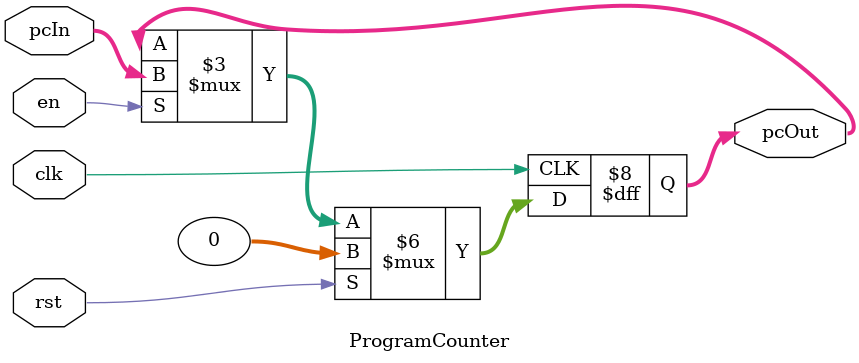
<source format=v>
module ProgramCounter(
  input clk,
  input rst,
  input en,
  input [31:0] pcIn,
  output reg [31:0] pcOut
);
  
  always @(posedge clk) begin
    if (rst)
	  pcOut <= 32'd0;
	else if (en)
      pcOut <= pcIn;
	else
	  pcOut <= pcOut;
  end

endmodule

</source>
